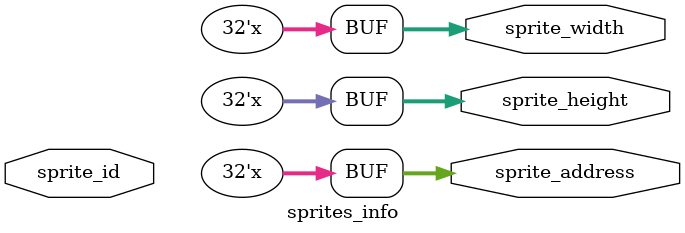
<source format=sv>
module sprites_info (input logic [31:0] sprite_id, output logic [31:0] sprite_address, sprite_width, sprite_height);
	
	
	always_comb begin
		// List every sprites id along with its respective address, width, and height here
		case (sprite_id) 
			default begin
				sprite_address = 32'bx;
				sprite_width = 32'bx;
				sprite_height = 32'bx;
			end
		endcase
	end

endmodule


</source>
